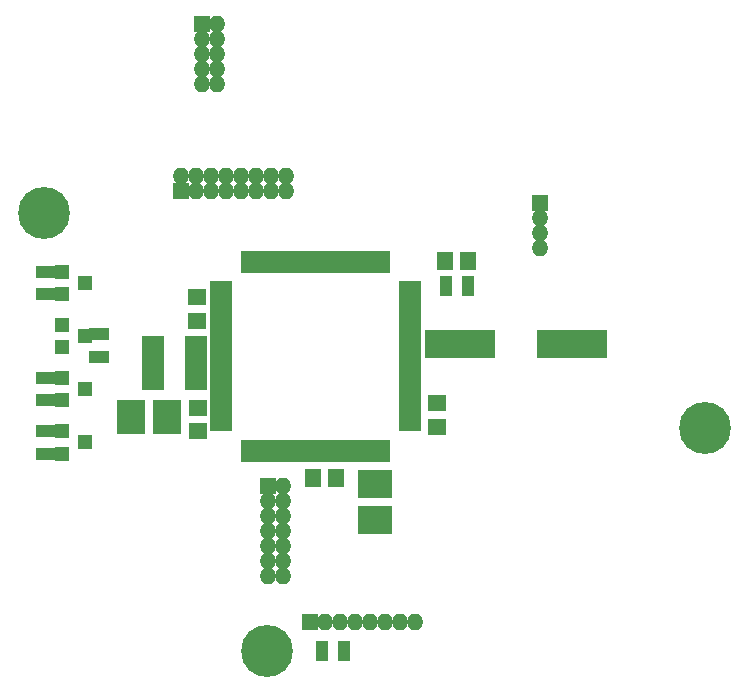
<source format=gts>
G04 #@! TF.FileFunction,Soldermask,Top*
%FSLAX46Y46*%
G04 Gerber Fmt 4.6, Leading zero omitted, Abs format (unit mm)*
G04 Created by KiCad (PCBNEW 4.0.7) date 06/01/18 20:18:40*
%MOMM*%
%LPD*%
G01*
G04 APERTURE LIST*
%ADD10C,0.100000*%
%ADD11R,0.690000X1.900000*%
%ADD12R,1.900000X0.690000*%
%ADD13R,1.400000X1.400000*%
%ADD14O,1.400000X1.400000*%
%ADD15R,1.300000X1.200000*%
%ADD16R,1.650000X1.400000*%
%ADD17R,1.400000X1.650000*%
%ADD18R,5.900000X2.400000*%
%ADD19R,1.100000X1.700000*%
%ADD20C,4.400000*%
%ADD21R,1.700000X1.100000*%
%ADD22R,2.900000X2.350000*%
%ADD23R,2.350000X2.900000*%
%ADD24R,1.900000X4.600000*%
G04 APERTURE END LIST*
D10*
D11*
X39000000Y-61000000D03*
X39500000Y-61000000D03*
X40000000Y-61000000D03*
X40500000Y-61000000D03*
X41000000Y-61000000D03*
X41500000Y-61000000D03*
X42000000Y-61000000D03*
X42500000Y-61000000D03*
X43000000Y-61000000D03*
X43500000Y-61000000D03*
X44000000Y-61000000D03*
X44500000Y-61000000D03*
X45000000Y-61000000D03*
X45500000Y-61000000D03*
X46000000Y-61000000D03*
X46500000Y-61000000D03*
X47000000Y-61000000D03*
X47500000Y-61000000D03*
X48000000Y-61000000D03*
X48500000Y-61000000D03*
X49000000Y-61000000D03*
X49500000Y-61000000D03*
X50000000Y-61000000D03*
X50500000Y-61000000D03*
X51000000Y-61000000D03*
D12*
X53000000Y-59000000D03*
X53000000Y-58500000D03*
X53000000Y-58000000D03*
X53000000Y-57500000D03*
X53000000Y-57000000D03*
X53000000Y-56500000D03*
X53000000Y-56000000D03*
X53000000Y-55500000D03*
X53000000Y-55000000D03*
X53000000Y-54500000D03*
X53000000Y-54000000D03*
X53000000Y-53500000D03*
X53000000Y-53000000D03*
X53000000Y-52500000D03*
X53000000Y-52000000D03*
X53000000Y-51500000D03*
X53000000Y-51000000D03*
X53000000Y-50500000D03*
X53000000Y-50000000D03*
X53000000Y-49500000D03*
X53000000Y-49000000D03*
X53000000Y-48500000D03*
X53000000Y-48000000D03*
X53000000Y-47500000D03*
X53000000Y-47000000D03*
D11*
X51000000Y-45000000D03*
X50500000Y-45000000D03*
X50000000Y-45000000D03*
X49500000Y-45000000D03*
X49000000Y-45000000D03*
X48500000Y-45000000D03*
X48000000Y-45000000D03*
X47500000Y-45000000D03*
X47000000Y-45000000D03*
X46500000Y-45000000D03*
X46000000Y-45000000D03*
X45500000Y-45000000D03*
X45000000Y-45000000D03*
X44500000Y-45000000D03*
X44000000Y-45000000D03*
X43500000Y-45000000D03*
X43000000Y-45000000D03*
X42500000Y-45000000D03*
X42000000Y-45000000D03*
X41500000Y-45000000D03*
X41000000Y-45000000D03*
X40500000Y-45000000D03*
X40000000Y-45000000D03*
X39500000Y-45000000D03*
X39000000Y-45000000D03*
D12*
X37000000Y-47000000D03*
X37000000Y-47500000D03*
X37000000Y-48000000D03*
X37000000Y-48500000D03*
X37000000Y-49000000D03*
X37000000Y-49500000D03*
X37000000Y-50000000D03*
X37000000Y-50500000D03*
X37000000Y-51000000D03*
X37000000Y-51500000D03*
X37000000Y-52000000D03*
X37000000Y-52500000D03*
X37000000Y-53000000D03*
X37000000Y-53500000D03*
X37000000Y-54000000D03*
X37000000Y-54500000D03*
X37000000Y-55000000D03*
X37000000Y-55500000D03*
X37000000Y-56000000D03*
X37000000Y-56500000D03*
X37000000Y-57000000D03*
X37000000Y-57500000D03*
X37000000Y-58000000D03*
X37000000Y-58500000D03*
X37000000Y-59000000D03*
D13*
X41000000Y-64000000D03*
D14*
X42270000Y-64000000D03*
X41000000Y-65270000D03*
X42270000Y-65270000D03*
X41000000Y-66540000D03*
X42270000Y-66540000D03*
X41000000Y-67810000D03*
X42270000Y-67810000D03*
X41000000Y-69080000D03*
X42270000Y-69080000D03*
X41000000Y-70350000D03*
X42270000Y-70350000D03*
X41000000Y-71620000D03*
X42270000Y-71620000D03*
D15*
X23500000Y-45850000D03*
X23500000Y-47750000D03*
X25500000Y-46800000D03*
D16*
X35030000Y-57370000D03*
X35030000Y-59370000D03*
D13*
X33620000Y-39000000D03*
D14*
X33620000Y-37730000D03*
X34890000Y-39000000D03*
X34890000Y-37730000D03*
X36160000Y-39000000D03*
X36160000Y-37730000D03*
X37430000Y-39000000D03*
X37430000Y-37730000D03*
X38700000Y-39000000D03*
X38700000Y-37730000D03*
X39970000Y-39000000D03*
X39970000Y-37730000D03*
X41240000Y-39000000D03*
X41240000Y-37730000D03*
X42510000Y-39000000D03*
X42510000Y-37730000D03*
D17*
X55940000Y-44970000D03*
X57940000Y-44970000D03*
D16*
X55320000Y-58960000D03*
X55320000Y-56960000D03*
X35000000Y-48000000D03*
X35000000Y-50000000D03*
D17*
X44760000Y-63300000D03*
X46760000Y-63300000D03*
D18*
X66750000Y-52000000D03*
X57250000Y-52000000D03*
D13*
X35400000Y-24900000D03*
D14*
X36670000Y-24900000D03*
X35400000Y-26170000D03*
X36670000Y-26170000D03*
X35400000Y-27440000D03*
X36670000Y-27440000D03*
X35400000Y-28710000D03*
X36670000Y-28710000D03*
X35400000Y-29980000D03*
X36670000Y-29980000D03*
D19*
X57930000Y-47020000D03*
X56030000Y-47020000D03*
X45530000Y-77970000D03*
X47430000Y-77970000D03*
D15*
X23500000Y-50350000D03*
X23500000Y-52250000D03*
X25500000Y-51300000D03*
X23500000Y-59350000D03*
X23500000Y-61250000D03*
X25500000Y-60300000D03*
X23500000Y-54850000D03*
X23500000Y-56750000D03*
X25500000Y-55800000D03*
D20*
X40900000Y-78000000D03*
X78000000Y-59100000D03*
X22000000Y-40900000D03*
D13*
X44500000Y-75500000D03*
D14*
X45770000Y-75500000D03*
X47040000Y-75500000D03*
X48310000Y-75500000D03*
X49580000Y-75500000D03*
X50850000Y-75500000D03*
X52120000Y-75500000D03*
X53390000Y-75500000D03*
D13*
X64000000Y-40000000D03*
D14*
X64000000Y-41270000D03*
X64000000Y-42540000D03*
X64000000Y-43810000D03*
D21*
X26700000Y-51150000D03*
X26700000Y-53050000D03*
X22200000Y-61250000D03*
X22200000Y-59350000D03*
X22200000Y-47750000D03*
X22200000Y-45850000D03*
X22200000Y-56750000D03*
X22200000Y-54850000D03*
D22*
X50060000Y-66870000D03*
X50060000Y-63820000D03*
D23*
X29380000Y-58190000D03*
X32430000Y-58190000D03*
D24*
X34860000Y-53550000D03*
X31260000Y-53550000D03*
M02*

</source>
